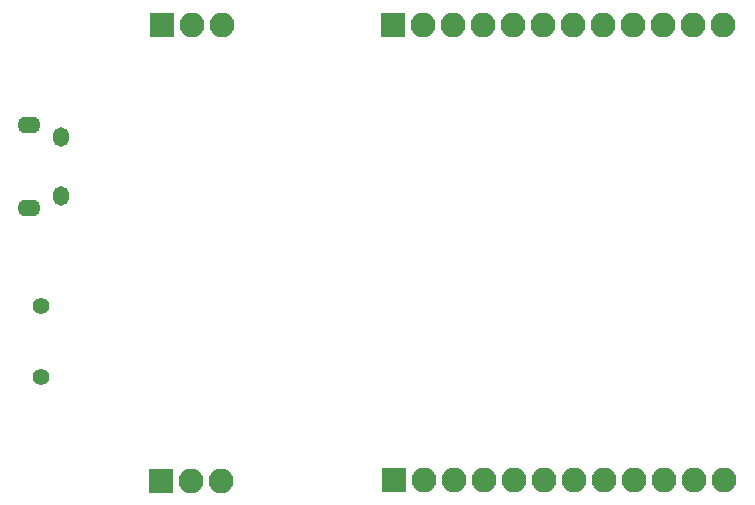
<source format=gbs>
G04 #@! TF.GenerationSoftware,KiCad,Pcbnew,5.0.0-rc2-dev-unknown-9e8bcbe~62~ubuntu16.04.1*
G04 #@! TF.CreationDate,2018-03-17T21:54:01+01:00*
G04 #@! TF.ProjectId,GhostESP32,47686F737445535033322E6B69636164,rev?*
G04 #@! TF.SameCoordinates,Original*
G04 #@! TF.FileFunction,Soldermask,Bot*
G04 #@! TF.FilePolarity,Negative*
%FSLAX46Y46*%
G04 Gerber Fmt 4.6, Leading zero omitted, Abs format (unit mm)*
G04 Created by KiCad (PCBNEW 5.0.0-rc2-dev-unknown-9e8bcbe~62~ubuntu16.04.1) date Sat Mar 17 21:54:01 2018*
%MOMM*%
%LPD*%
G01*
G04 APERTURE LIST*
%ADD10R,2.100000X2.100000*%
%ADD11O,2.100000X2.100000*%
%ADD12O,1.950000X1.400000*%
%ADD13O,1.350000X1.650000*%
%ADD14C,1.400000*%
G04 APERTURE END LIST*
D10*
X107570000Y-122100000D03*
D11*
X110110000Y-122100000D03*
X112650000Y-122100000D03*
D12*
X96400000Y-99000000D03*
X96400000Y-92000000D03*
D13*
X99100000Y-98000000D03*
X99100000Y-93000000D03*
D14*
X97400000Y-113300000D03*
X97400000Y-107300000D03*
D11*
X112700000Y-83500000D03*
X110160000Y-83500000D03*
D10*
X107620000Y-83500000D03*
X127300000Y-122050000D03*
D11*
X129840000Y-122050000D03*
X132380000Y-122050000D03*
X134920000Y-122050000D03*
X137460000Y-122050000D03*
X140000000Y-122050000D03*
X142540000Y-122050000D03*
X145080000Y-122050000D03*
X147620000Y-122050000D03*
X150160000Y-122050000D03*
X152700000Y-122050000D03*
X155240000Y-122050000D03*
X155150000Y-83500000D03*
X152610000Y-83500000D03*
X150070000Y-83500000D03*
X147530000Y-83500000D03*
X144990000Y-83500000D03*
X142450000Y-83500000D03*
X139910000Y-83500000D03*
X137370000Y-83500000D03*
X134830000Y-83500000D03*
X132290000Y-83500000D03*
X129750000Y-83500000D03*
D10*
X127210000Y-83500000D03*
M02*

</source>
